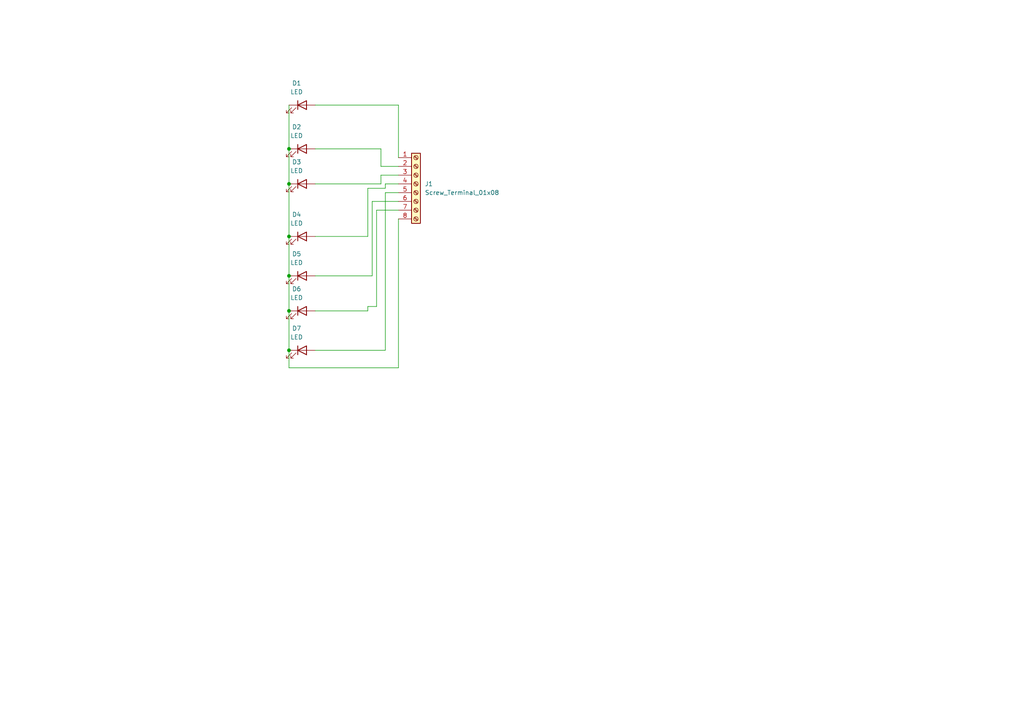
<source format=kicad_sch>
(kicad_sch (version 20211123) (generator eeschema)
  (paper "A4")
  (lib_symbols
    (symbol "Connector:Screw_Terminal_01x08" (pin_names (offset 1.016) hide)
      (property "Reference" "J" (at 0 10.16 0))
      (property "Value" "Screw_Terminal_01x08" (at 0 -12.7 0))
      (symbol "Screw_Terminal_01x08_1_1"
        (rectangle (start -1.27 8.89) (end 1.27 -11.43) (stroke (width 0.254)) (fill (type background)))
        (circle (center 0 -10.16) (radius 0.635) (stroke (width 0.1524)))
        (circle (center 0 -7.62) (radius 0.635) (stroke (width 0.1524)))
        (circle (center 0 -5.08) (radius 0.635) (stroke (width 0.1524)))
        (circle (center 0 -2.54) (radius 0.635) (stroke (width 0.1524)))
        (polyline (pts (xy -0.5334 -9.8298) (xy 0.3302 -10.668)) (stroke (width 0.1524)))
        (polyline (pts (xy -0.5334 -7.2898) (xy 0.3302 -8.128)) (stroke (width 0.1524)))
        (polyline (pts (xy -0.5334 -4.7498) (xy 0.3302 -5.588)) (stroke (width 0.1524)))
        (polyline (pts (xy -0.5334 -2.2098) (xy 0.3302 -3.048)) (stroke (width 0.1524)))
        (polyline (pts (xy -0.5334 0.3302) (xy 0.3302 -0.508)) (stroke (width 0.1524)))
        (polyline (pts (xy -0.5334 2.8702) (xy 0.3302 2.032)) (stroke (width 0.1524)))
        (polyline (pts (xy -0.5334 5.4102) (xy 0.3302 4.572)) (stroke (width 0.1524)))
        (polyline (pts (xy -0.5334 7.9502) (xy 0.3302 7.112)) (stroke (width 0.1524)))
        (polyline (pts (xy -0.3556 -9.652) (xy 0.508 -10.4902)) (stroke (width 0.1524)))
        (polyline (pts (xy -0.3556 -7.112) (xy 0.508 -7.9502)) (stroke (width 0.1524)))
        (polyline (pts (xy -0.3556 -4.572) (xy 0.508 -5.4102)) (stroke (width 0.1524)))
        (polyline (pts (xy -0.3556 -2.032) (xy 0.508 -2.8702)) (stroke (width 0.1524)))
        (polyline (pts (xy -0.3556 0.508) (xy 0.508 -0.3302)) (stroke (width 0.1524)))
        (polyline (pts (xy -0.3556 3.048) (xy 0.508 2.2098)) (stroke (width 0.1524)))
        (polyline (pts (xy -0.3556 5.588) (xy 0.508 4.7498)) (stroke (width 0.1524)))
        (polyline (pts (xy -0.3556 8.128) (xy 0.508 7.2898)) (stroke (width 0.1524)))
        (circle (center 0 0) (radius 0.635) (stroke (width 0.1524)))
        (circle (center 0 2.54) (radius 0.635) (stroke (width 0.1524)))
        (circle (center 0 5.08) (radius 0.635) (stroke (width 0.1524)))
        (circle (center 0 7.62) (radius 0.635) (stroke (width 0.1524)))
        (pin passive line (at -5.08 7.62 0) (length 3.81) (name "Pin_1") (number "1"))
        (pin passive line (at -5.08 5.08 0) (length 3.81) (name "Pin_2") (number "2"))
        (pin passive line (at -5.08 2.54 0) (length 3.81) (name "Pin_3") (number "3"))
        (pin passive line (at -5.08 0 0) (length 3.81) (name "Pin_4") (number "4"))
        (pin passive line (at -5.08 -2.54 0) (length 3.81) (name "Pin_5") (number "5"))
        (pin passive line (at -5.08 -5.08 0) (length 3.81) (name "Pin_6") (number "6"))
        (pin passive line (at -5.08 -7.62 0) (length 3.81) (name "Pin_7") (number "7"))
        (pin passive line (at -5.08 -10.16 0) (length 3.81) (name "Pin_8") (number "8"))
      )
    )
    (symbol "Device:LED" (pin_numbers hide) (pin_names (offset 1.016) hide)
      (property "Reference" "D" (at 0 2.54 0))
      (property "Value" "LED" (at 0 -2.54 0))
      (symbol "LED_0_1"
        (polyline (pts (xy -1.27 -1.27) (xy -1.27 1.27)) (stroke (width 0.254)))
        (polyline (pts (xy -1.27 0) (xy 1.27 0)))
        (polyline (pts (xy 1.27 -1.27) (xy 1.27 1.27) (xy -1.27 0) (xy 1.27 -1.27)) (stroke (width 0.254)))
        (polyline (pts (xy -3.048 -0.762) (xy -4.572 -2.286) (xy -3.81 -2.286) (xy -4.572 -2.286) (xy -4.572 -1.524)))
        (polyline (pts (xy -1.778 -0.762) (xy -3.302 -2.286) (xy -2.54 -2.286) (xy -3.302 -2.286) (xy -3.302 -1.524)))
      )
      (symbol "LED_1_1"
        (pin passive line (at -3.81 0 0) (length 2.54) (name "K") (number "1"))
        (pin passive line (at 3.81 0 180) (length 2.54) (name "A") (number "2"))
      )
    )
  )
  (junction (at 83.82 101.6))
  (junction (at 83.82 53.34))
  (junction (at 83.82 68.58))
  (junction (at 83.82 90.17))
  (junction (at 83.82 43.18))
  (junction (at 83.82 80.01))
  (wire (pts (xy 111.76 101.6) (xy 111.76 55.88)))
  (wire (pts (xy 83.82 106.68) (xy 115.57 106.68)))
  (wire (pts (xy 111.76 53.34) (xy 115.57 53.34)))
  (wire (pts (xy 83.82 90.17) (xy 83.82 101.6)))
  (wire (pts (xy 91.44 90.17) (xy 106.68 90.17)))
  (wire (pts (xy 107.95 58.42) (xy 115.57 58.42)))
  (wire (pts (xy 83.82 43.18) (xy 83.82 53.34)))
  (wire (pts (xy 83.82 30.48) (xy 83.82 43.18)))
  (wire (pts (xy 83.82 101.6) (xy 83.82 106.68)))
  (wire (pts (xy 106.68 88.9) (xy 106.68 90.17)))
  (wire (pts (xy 83.82 68.58) (xy 83.82 80.01)))
  (wire (pts (xy 110.49 50.8) (xy 115.57 50.8)))
  (wire (pts (xy 115.57 106.68) (xy 115.57 63.5)))
  (wire (pts (xy 91.44 80.01) (xy 107.95 80.01)))
  (wire (pts (xy 111.76 55.88) (xy 115.57 55.88)))
  (wire (pts (xy 110.49 43.18) (xy 110.49 48.26)))
  (wire (pts (xy 91.44 68.58) (xy 106.68 68.58)))
  (wire (pts (xy 111.76 54.61) (xy 111.76 53.34)))
  (wire (pts (xy 106.68 54.61) (xy 111.76 54.61)))
  (wire (pts (xy 91.44 43.18) (xy 110.49 43.18)))
  (wire (pts (xy 106.68 88.9) (xy 109.22 88.9)))
  (wire (pts (xy 107.95 58.42) (xy 107.95 80.01)))
  (wire (pts (xy 109.22 88.9) (xy 109.22 60.96)))
  (wire (pts (xy 91.44 30.48) (xy 115.57 30.48)))
  (wire (pts (xy 83.82 80.01) (xy 83.82 90.17)))
  (wire (pts (xy 91.44 101.6) (xy 111.76 101.6)))
  (wire (pts (xy 110.49 53.34) (xy 110.49 50.8)))
  (wire (pts (xy 106.68 68.58) (xy 106.68 54.61)))
  (wire (pts (xy 115.57 30.48) (xy 115.57 45.72)))
  (wire (pts (xy 83.82 53.34) (xy 83.82 68.58)))
  (wire (pts (xy 109.22 60.96) (xy 115.57 60.96)))
  (wire (pts (xy 110.49 48.26) (xy 115.57 48.26)))
  (wire (pts (xy 91.44 53.34) (xy 110.49 53.34)))
  (symbol (lib_id "Device:LED") (at 87.63 30.48 0) (unit 1)
    (property "Reference" "D1" (at 86.0425 24.13 0))
    (property "Value" "LED" (at 86.0425 26.67 0))
    (property "Footprint" "Library:led_filament_38mm" (effects hide))
  )
  (symbol (lib_id "Device:LED") (at 87.63 101.6 0) (unit 1)
    (property "Reference" "D7" (at 86.0425 95.25 0))
    (property "Value" "LED" (at 86.0425 97.79 0))
    (property "Footprint" "Library:led_filament_38mm" (effects hide))
  )
  (symbol (lib_id "Device:LED") (at 87.63 90.17 0) (unit 1)
    (property "Reference" "D6" (at 86.0425 83.82 0))
    (property "Value" "LED" (at 86.0425 86.36 0))
    (property "Footprint" "Library:led_filament_38mm" (effects hide))
  )
  (symbol (lib_id "Device:LED") (at 87.63 80.01 0) (unit 1)
    (property "Reference" "D5" (at 86.0425 73.66 0))
    (property "Value" "LED" (at 86.0425 76.2 0))
    (property "Footprint" "Library:led_filament_38mm" (effects hide))
  )
  (symbol (lib_id "Connector:Screw_Terminal_01x08") (at 120.65 53.34 0) (unit 1)
    (property "Reference" "J1" (at 123.19 53.3399 0) (effects (justify left)))
    (property "Value" "Screw_Terminal_01x08" (at 123.19 55.8799 0) (effects (justify left)))
    (property "Footprint" "Connector_JST:JST_EH_B8B-EH-A_1x08_P2.50mm_Vertical" (effects hide))
  )
  (symbol (lib_id "Device:LED") (at 87.63 53.34 0) (unit 1)
    (property "Reference" "D3" (at 86.0425 46.99 0))
    (property "Value" "LED" (at 86.0425 49.53 0))
    (property "Footprint" "Library:led_filament_38mm" (effects hide))
  )
  (symbol (lib_id "Device:LED") (at 87.63 43.18 0) (unit 1)
    (property "Reference" "D2" (at 86.0425 36.83 0))
    (property "Value" "LED" (at 86.0425 39.37 0))
    (property "Footprint" "Library:led_filament_38mm" (effects hide))
  )
  (symbol (lib_id "Device:LED") (at 87.63 68.58 0) (unit 1)
    (property "Reference" "D4" (at 86.0425 62.23 0))
    (property "Value" "LED" (at 86.0425 64.77 0))
    (property "Footprint" "Library:led_filament_38mm" (effects hide))
  )
)
</source>
